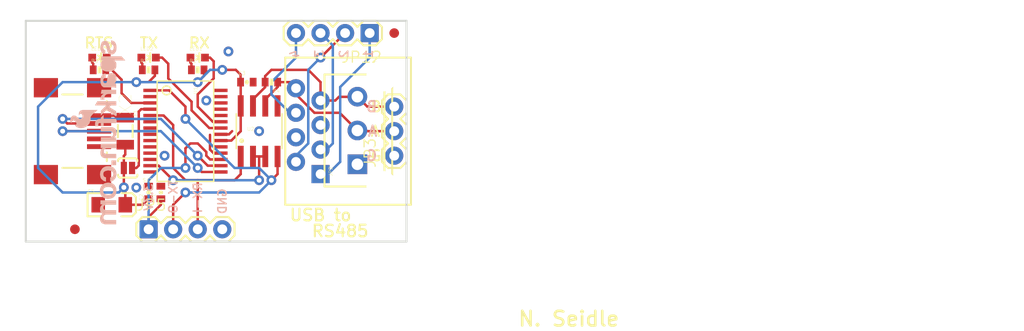
<source format=kicad_pcb>
(kicad_pcb (version 20211014) (generator pcbnew)
  (layers (0 "F.Cu" signal) (31 "B.Cu" signal) (34 "B.Paste" user) (35 "F.Paste" user) (36 "B.SilkS" user "B.Silkscreen") (37 "F.SilkS" user "F.Silkscreen") (38 "B.Mask" user) (39 "F.Mask" user) (44 "Edge.Cuts" user))
  (net 0 "")
  (net 1 "GND")
  (net 2 "USB_D-")
  (net 3 "USB_D+")
  (net 4 "VCC")
  (net 5 "RTS")
  (net 6 "CTS")
  (net 7 "DTR")
  (net 8 "DSR")
  (net 9 "DCD")
  (net 10 "RI")
  (net 11 "VCCIO")
  (net 12 "3.3V")
  (net 13 "TXLED")
  (net 14 "RXLED")
  (net 15 "PWREN")
  (net 16 "TXDEN")
  (net 17 "SLEEP")
  (net 18 "N$1")
  (net 19 "N$2")
  (net 20 "N$3")
  (net 21 "A")
  (net 22 "B")
  (net 23 "RX-I")
  (net 24 "N$4")
  (net 25 "TX-O")
  (net 26 "N$5")
  (net 27 "N$6")
  (net 28 "N$7")
  (net 29 "N$8")
  (footprint "boardEagle:0402-RES" (layer "F.Cu") (at 141.5161 98.6536)
    (fp_text reference "R2" (at -0.889 -0.6985) (layer "F.SilkS") (effects (font (size 0.373888 0.373888) (thickness 0.032512)) (justify left bottom)))
    (fp_text value "330")
    (pad "1" smd rect (at -0.65 0) (size 0.7 0.9) (layers "F.Cu" "F.Paste" "F.Mask") (net 19 "N$2"))
    (pad "2" smd rect (at 0.65 0) (size 0.7 0.9) (layers "F.Cu" "F.Paste" "F.Mask") (net 4 "VCC"))
  )
  (footprint "boardEagle:0402-CAP" (layer "F.Cu") (at 142.7861 111.3536 90)
    (fp_text reference "C1" (at -0.889 -0.762 90) (layer "F.SilkS") (effects (font (size 0.376489 0.376489) (thickness 0.029911)) (justify left)))
    (fp_text value "0.1uF")
    (pad "1" smd rect (at -0.65 0 90) (size 0.7 0.9) (layers "F.Cu" "F.Paste" "F.Mask") (net 12 "3.3V"))
    (pad "2" smd rect (at 0.65 0 90) (size 0.7 0.9) (layers "F.Cu" "F.Paste" "F.Mask") (net 1 "GND"))
  )
  (footprint "boardEagle:0402-RES" (layer "F.Cu") (at 146.5961 98.6536)
    (fp_text reference "R1" (at -0.889 -0.6985) (layer "F.SilkS") (effects (font (size 0.373888 0.373888) (thickness 0.032512)) (justify left bottom)))
    (fp_text value "330")
    (pad "1" smd rect (at -0.65 0) (size 0.7 0.9) (layers "F.Cu" "F.Paste" "F.Mask") (net 18 "N$1"))
    (pad "2" smd rect (at 0.65 0) (size 0.7 0.9) (layers "F.Cu" "F.Paste" "F.Mask") (net 4 "VCC"))
  )
  (footprint "boardEagle:SSOP28DB" (layer "F.Cu") (at 145.3261 105.0036 -90)
    (fp_text reference "U1" (at -3.81 -1.27 -90) (layer "F.SilkS") (effects (font (size 0.373888 0.373888) (thickness 0.032512)) (justify left bottom)))
    (fp_text value "FT232R")
    (pad "1" smd rect (at -4.225 3.656 270) (size 0.348 1.397) (layers "F.Cu" "F.Paste" "F.Mask") (net 25 "TX-O"))
    (pad "2" smd rect (at -3.575 3.656 270) (size 0.348 1.397) (layers "F.Cu" "F.Paste" "F.Mask") (net 7 "DTR"))
    (pad "3" smd rect (at -2.925 3.656 270) (size 0.348 1.397) (layers "F.Cu" "F.Paste" "F.Mask") (net 5 "RTS"))
    (pad "4" smd rect (at -2.275 3.656 270) (size 0.348 1.397) (layers "F.Cu" "F.Paste" "F.Mask") (net 11 "VCCIO"))
    (pad "5" smd rect (at -1.625 3.656 270) (size 0.348 1.397) (layers "F.Cu" "F.Paste" "F.Mask") (net 23 "RX-I"))
    (pad "6" smd rect (at -0.975 3.656 270) (size 0.348 1.397) (layers "F.Cu" "F.Paste" "F.Mask") (net 10 "RI"))
    (pad "7" smd rect (at -0.325 3.656 270) (size 0.348 1.397) (layers "F.Cu" "F.Paste" "F.Mask") (net 1 "GND"))
    (pad "8" smd rect (at 0.325 3.656 270) (size 0.348 1.397) (layers "F.Cu" "F.Paste" "F.Mask"))
    (pad "9" smd rect (at 0.975 3.656 270) (size 0.348 1.397) (layers "F.Cu" "F.Paste" "F.Mask") (net 8 "DSR"))
    (pad "10" smd rect (at 1.625 3.656 270) (size 0.348 1.397) (layers "F.Cu" "F.Paste" "F.Mask") (net 9 "DCD"))
    (pad "11" smd rect (at 2.275 3.656 270) (size 0.348 1.397) (layers "F.Cu" "F.Paste" "F.Mask") (net 6 "CTS"))
    (pad "12" smd rect (at 2.925 3.656 270) (size 0.348 1.397) (layers "F.Cu" "F.Paste" "F.Mask") (net 17 "SLEEP"))
    (pad "13" smd rect (at 3.575 3.656 270) (size 0.348 1.397) (layers "F.Cu" "F.Paste" "F.Mask") (net 16 "TXDEN"))
    (pad "14" smd rect (at 4.225 3.656 270) (size 0.348 1.397) (layers "F.Cu" "F.Paste" "F.Mask") (net 15 "PWREN"))
    (pad "15" smd rect (at 4.225 -3.656 270) (size 0.348 1.397) (layers "F.Cu" "F.Paste" "F.Mask") (net 3 "USB_D+"))
    (pad "16" smd rect (at 3.575 -3.656 270) (size 0.348 1.397) (layers "F.Cu" "F.Paste" "F.Mask") (net 2 "USB_D-"))
    (pad "17" smd rect (at 2.925 -3.656 270) (size 0.348 1.397) (layers "F.Cu" "F.Paste" "F.Mask") (net 12 "3.3V"))
    (pad "18" smd rect (at 2.275 -3.656 270) (size 0.348 1.397) (layers "F.Cu" "F.Paste" "F.Mask") (net 1 "GND"))
    (pad "19" smd rect (at 1.625 -3.656 270) (size 0.348 1.397) (layers "F.Cu" "F.Paste" "F.Mask"))
    (pad "20" smd rect (at 0.975 -3.656 270) (size 0.348 1.397) (layers "F.Cu" "F.Paste" "F.Mask") (net 4 "VCC"))
    (pad "21" smd rect (at 0.325 -3.656 270) (size 0.348 1.397) (layers "F.Cu" "F.Paste" "F.Mask") (net 1 "GND"))
    (pad "22" smd rect (at -0.325 -3.656 270) (size 0.348 1.397) (layers "F.Cu" "F.Paste" "F.Mask") (net 14 "RXLED"))
    (pad "23" smd rect (at -0.975 -3.656 270) (size 0.348 1.397) (layers "F.Cu" "F.Paste" "F.Mask") (net 13 "TXLED"))
    (pad "24" smd rect (at -1.625 -3.656 270) (size 0.348 1.397) (layers "F.Cu" "F.Paste" "F.Mask"))
    (pad "25" smd rect (at -2.275 -3.656 270) (size 0.348 1.397) (layers "F.Cu" "F.Paste" "F.Mask") (net 1 "GND"))
    (pad "26" smd rect (at -2.925 -3.656 270) (size 0.348 1.397) (layers "F.Cu" "F.Paste" "F.Mask") (net 1 "GND"))
    (pad "27" smd rect (at -3.575 -3.656 270) (size 0.348 1.397) (layers "F.Cu" "F.Paste" "F.Mask"))
    (pad "28" smd rect (at -4.225 -3.656 270) (size 0.348 1.397) (layers "F.Cu" "F.Paste" "F.Mask"))
  )
  (footprint "boardEagle:1X04" (layer "F.Cu") (at 141.5161 115.1636)
    (fp_text reference "JP5" (at -1.3462 -1.8288) (layer "F.SilkS") (effects (font (size 1.143 1.143) (thickness 0.127)) (justify left bottom)))
    (fp_text value "")
    (pad "1" thru_hole rect (at 0 0 90) (size 1.8796 1.8796) (drill 1.016) (layers *.Cu *.Mask) (net 12 "3.3V"))
    (pad "2" thru_hole circle (at 2.54 0 90) (size 1.8796 1.8796) (drill 1.016) (layers *.Cu *.Mask) (net 25 "TX-O"))
    (pad "3" thru_hole circle (at 5.08 0 90) (size 1.8796 1.8796) (drill 1.016) (layers *.Cu *.Mask) (net 23 "RX-I"))
    (pad "4" thru_hole circle (at 7.62 0 90) (size 1.8796 1.8796) (drill 1.016) (layers *.Cu *.Mask) (net 1 "GND"))
  )
  (footprint "boardEagle:0402-CAP" (layer "F.Cu") (at 151.6761 99.9236)
    (fp_text reference "C3" (at -0.889 -0.6985) (layer "F.SilkS") (effects (font (size 0.373888 0.373888) (thickness 0.032512)) (justify left bottom)))
    (fp_text value "0.1uF")
    (pad "1" smd rect (at -0.65 0) (size 0.7 0.9) (layers "F.Cu" "F.Paste" "F.Mask") (net 4 "VCC"))
    (pad "2" smd rect (at 0.65 0) (size 0.7 0.9) (layers "F.Cu" "F.Paste" "F.Mask") (net 1 "GND"))
  )
  (footprint "boardEagle:STAND-OFF" (layer "F.Cu") (at 152.9461 96.1136)
    (fp_text reference "JP7" hide)
    (fp_text value "STAND-OFF" hide)
    (pad "" np_thru_hole circle (at 0 0) (size 3.302 3.302) (drill 3.302) (layers *.Cu *.Mask))
  )
  (footprint "boardEagle:SCREWTERMINAL-3.5MM-3" (layer "F.Cu") (at 163.1061 108.4326 90)
    (fp_text reference "JP2" (at -1.27 -2.54 90) (layer "F.SilkS") (effects (font (size 0.373888 0.373888) (thickness 0.032512)) (justify left bottom)))
    (fp_text value "")
    (pad "1" thru_hole rect (at 0 0 90) (size 2.032 2.032) (drill 1.2) (layers *.Cu *.Mask) (net 1 "GND"))
    (pad "2" thru_hole circle (at 3.5 0 90) (size 2.032 2.032) (drill 1.2) (layers *.Cu *.Mask) (net 21 "A"))
    (pad "3" thru_hole circle (at 7 0 90) (size 2.032 2.032) (drill 1.2) (layers *.Cu *.Mask) (net 22 "B"))
  )
  (footprint "boardEagle:LED-0603" (layer "F.Cu") (at 136.4361 97.3836 -90)
    (fp_text reference "LED3" (at -0.6985 0.889) (layer "F.SilkS") (effects (font (size 0.373888 0.373888) (thickness 0.032512)) (justify left bottom)))
    (fp_text value "Green")
    (pad "A" smd rect (at 0 0.75 270) (size 0.8 0.8) (layers "F.Cu" "F.Paste" "F.Mask") (net 24 "N$4"))
    (pad "C" smd rect (at 0 -0.75 270) (size 0.8 0.8) (layers "F.Cu" "F.Paste" "F.Mask") (net 1 "GND"))
  )
  (footprint "boardEagle:1X03" (layer "F.Cu") (at 166.9161 107.5436 90)
    (fp_text reference "JP3" (at -1.3462 -1.8288 90) (layer "F.SilkS") (effects (font (size 1.143 1.143) (thickness 0.127)) (justify left bottom)))
    (fp_text value "")
    (pad "1" thru_hole circle (at 0 0 180) (size 1.8796 1.8796) (drill 1.016) (layers *.Cu *.Mask) (net 1 "GND"))
    (pad "2" thru_hole circle (at 2.54 0 180) (size 1.8796 1.8796) (drill 1.016) (layers *.Cu *.Mask) (net 21 "A"))
    (pad "3" thru_hole circle (at 5.08 0 180) (size 1.8796 1.8796) (drill 1.016) (layers *.Cu *.Mask) (net 22 "B"))
  )
  (footprint "boardEagle:0402-RES" (layer "F.Cu") (at 136.4361 98.6536)
    (fp_text reference "R3" (at -0.889 -0.6985) (layer "F.SilkS") (effects (font (size 0.373888 0.373888) (thickness 0.032512)) (justify left bottom)))
    (fp_text value "330")
    (pad "1" smd rect (at -0.65 0) (size 0.7 0.9) (layers "F.Cu" "F.Paste" "F.Mask") (net 24 "N$4"))
    (pad "2" smd rect (at 0.65 0) (size 0.7 0.9) (layers "F.Cu" "F.Paste" "F.Mask") (net 5 "RTS"))
  )
  (footprint "boardEagle:EIA3216" (layer "F.Cu") (at 137.7061 112.6236)
    (fp_text reference "C5" (at -2.54 -1.381) (layer "F.SilkS") (effects (font (size 0.376489 0.376489) (thickness 0.029911)) (justify left)))
    (fp_text value "10uF")
    (pad "A" smd rect (at 1.4 0 90) (size 1.6 1.4) (layers "F.Cu" "F.Paste" "F.Mask") (net 4 "VCC"))
    (pad "C" smd rect (at -1.4 0 90) (size 1.6 1.4) (layers "F.Cu" "F.Paste" "F.Mask") (net 1 "GND"))
  )
  (footprint "boardEagle:FIDUCIAL-1X2" (layer "F.Cu") (at 133.8961 115.1636)
    (fp_text reference "JP9" hide)
    (fp_text value "FIDUCIAL1X2" hide)
    (pad "1" smd roundrect (at 0 0) (size 1 1) (layers "F.Cu" "F.Mask") (roundrect_rratio 0.5))
  )
  (footprint "boardEagle:STAND-OFF" (layer "F.Cu") (at 131.3561 113.8936)
    (fp_text reference "JP6" hide)
    (fp_text value "STAND-OFF" hide)
    (pad "" np_thru_hole circle (at 0 0) (size 3.302 3.302) (drill 3.302) (layers *.Cu *.Mask))
  )
  (footprint "boardEagle:LED-0603" (layer "F.Cu") (at 146.5961 97.3836 -90)
    (fp_text reference "LED1" (at -0.6985 0.889) (layer "F.SilkS") (effects (font (size 0.373888 0.373888) (thickness 0.032512)) (justify left bottom)))
    (fp_text value "Red")
    (pad "A" smd rect (at 0 0.75 270) (size 0.8 0.8) (layers "F.Cu" "F.Paste" "F.Mask") (net 18 "N$1"))
    (pad "C" smd rect (at 0 -0.75 270) (size 0.8 0.8) (layers "F.Cu" "F.Paste" "F.Mask") (net 13 "TXLED"))
  )
  (footprint "boardEagle:LED-0603" (layer "F.Cu") (at 141.5161 97.3836 -90)
    (fp_text reference "LED2" (at -0.6985 0.889) (layer "F.SilkS") (effects (font (size 0.373888 0.373888) (thickness 0.032512)) (justify left bottom)))
    (fp_text value "Green")
    (pad "A" smd rect (at 0 0.75 270) (size 0.8 0.8) (layers "F.Cu" "F.Paste" "F.Mask") (net 19 "N$2"))
    (pad "C" smd rect (at 0 -0.75 270) (size 0.8 0.8) (layers "F.Cu" "F.Paste" "F.Mask") (net 14 "RXLED"))
  )
  (footprint "boardEagle:CREATIVE_COMMONS" (layer "F.Cu") (at 149.1361 125.3236)
    (fp_text reference "U$1" hide)
    (fp_text value "CREATIVE_COMMONS" hide)
  )
  (footprint "boardEagle:RJ45-8" (layer "F.Cu") (at 165.6461 105.0036 90)
    (fp_text reference "JP4" hide)
    (fp_text value "RJ45-8PTH" hide)
    (pad "" np_thru_hole circle (at -5.715 0 90) (size 3.2 3.2) (drill 3.2) (layers *.Cu *.Mask))
    (pad "" np_thru_hole circle (at 5.715 0 90) (size 3.2 3.2) (drill 3.2) (layers *.Cu *.Mask))
    (pad "1" thru_hole rect (at -4.445 -6.35 90) (size 1.8796 1.8796) (drill 1) (layers *.Cu *.Mask) (net 26 "N$5"))
    (pad "2" thru_hole circle (at -3.175 -8.89 90) (size 1.8796 1.8796) (drill 1) (layers *.Cu *.Mask) (net 27 "N$6"))
    (pad "3" thru_hole circle (at -1.905 -6.35 90) (size 1.8796 1.8796) (drill 1) (layers *.Cu *.Mask) (net 28 "N$7"))
    (pad "4" thru_hole circle (at -0.635 -8.89 90) (size 1.8796 1.8796) (drill 1) (layers *.Cu *.Mask) (net 1 "GND"))
    (pad "5" thru_hole circle (at 0.635 -6.35 90) (size 1.8796 1.8796) (drill 1) (layers *.Cu *.Mask) (net 1 "GND"))
    (pad "6" thru_hole circle (at 1.905 -8.89 90) (size 1.8796 1.8796) (drill 1) (layers *.Cu *.Mask) (net 29 "N$8"))
    (pad "7" thru_hole circle (at 3.175 -6.35 90) (size 1.8796 1.8796) (drill 1) (layers *.Cu *.Mask) (net 22 "B"))
    (pad "8" thru_hole circle (at 4.445 -8.89 90) (size 1.8796 1.8796) (drill 1) (layers *.Cu *.Mask) (net 21 "A"))
  )
  (footprint "boardEagle:0402-CAP" (layer "F.Cu") (at 141.5161 111.3536 90)
    (fp_text reference "C2" (at -0.889 -0.762 90) (layer "F.SilkS") (effects (font (size 0.376489 0.376489) (thickness 0.029911)) (justify left)))
    (fp_text value "0.1uF")
    (pad "1" smd rect (at -0.65 0 90) (size 0.7 0.9) (layers "F.Cu" "F.Paste" "F.Mask") (net 4 "VCC"))
    (pad "2" smd rect (at 0.65 0 90) (size 0.7 0.9) (layers "F.Cu" "F.Paste" "F.Mask") (net 1 "GND"))
  )
  (footprint "boardEagle:STAND-OFF" (layer "F.Cu") (at 152.9461 113.8936)
    (fp_text reference "JP8" hide)
    (fp_text value "STAND-OFF" hide)
    (pad "" np_thru_hole circle (at 0 0) (size 3.302 3.302) (drill 3.302) (layers *.Cu *.Mask))
  )
  (footprint "boardEagle:USB-MINIB" (layer "F.Cu") (at 133.8961 105.0036)
    (fp_text reference "X2" (at 5.2275 -1.5875 90) (layer "F.SilkS") (effects (font (size 1.240089 1.240089) (thickness 0.029911)) (justify left)))
    (fp_text value "USBSMD" hide)
    (pad "" np_thru_hole circle (at 0 2.2) (size 0.9 0.9) (drill 0.9) (layers *.Cu *.Mask))
    (pad "" np_thru_hole circle (at 0 -2.2) (size 0.9 0.9) (drill 0.9) (layers *.Cu *.Mask))
    (pad "D+" smd rect (at 2.5 0) (size 2.5 0.5) (layers "F.Cu" "F.Paste" "F.Mask") (net 3 "USB_D+"))
    (pad "D-" smd rect (at 2.5 -0.8) (size 2.5 0.5) (layers "F.Cu" "F.Paste" "F.Mask") (net 2 "USB_D-"))
    (pad "GND" smd rect (at 2.5 1.6) (size 2.5 0.5) (layers "F.Cu" "F.Paste" "F.Mask") (net 1 "GND"))
    (pad "GND@1" smd rect (at -3 4.5) (size 2.5 2) (layers "F.Cu" "F.Paste" "F.Mask"))
    (pad "GND@2" smd rect (at -3 -4.5) (size 2.5 2) (layers "F.Cu" "F.Paste" "F.Mask"))
    (pad "GND@3" smd rect (at 2.5 -4.5) (size 2.5 2) (layers "F.Cu" "F.Paste" "F.Mask"))
    (pad "GND@4" smd rect (at 2.5 4.5) (size 2.5 2) (layers "F.Cu" "F.Paste" "F.Mask"))
    (pad "ID" smd rect (at 2.5 0.8) (size 2.5 0.5) (layers "F.Cu" "F.Paste" "F.Mask"))
    (pad "VBUS" smd rect (at 2.5 -1.6) (size 2.5 0.5) (layers "F.Cu" "F.Paste" "F.Mask") (net 20 "N$3"))
  )
  (footprint "boardEagle:PTC-1206" (layer "F.Cu") (at 139.1031 105.0036 -90)
    (fp_text reference "F1" (at -1.524 -1.27 -90) (layer "F.SilkS") (effects (font (size 0.373888 0.373888) (thickness 0.032512)) (justify left bottom)))
    (fp_text value "500mA")
    (pad "1" smd rect (at -1.4 0 270) (size 1 1.8) (layers "F.Cu" "F.Paste" "F.Mask") (net 20 "N$3"))
    (pad "2" smd rect (at 1.4 0 270) (size 1 1.8) (layers "F.Cu" "F.Paste" "F.Mask") (net 4 "VCC"))
  )
  (footprint "boardEagle:SO08" (layer "F.Cu") (at 152.9461 105.0036)
    (fp_text reference "U2" (at -1.27 0) (layer "F.SilkS") (effects (font (size 0.373888 0.373888) (thickness 0.032512)) (justify left bottom)))
    (fp_text value "RS485")
    (pad "1" smd rect (at -1.905 2.6162) (size 0.6096 2.2098) (layers "F.Cu" "F.Paste" "F.Mask") (net 23 "RX-I"))
    (pad "2" smd rect (at -0.635 2.6162) (size 0.6096 2.2098) (layers "F.Cu" "F.Paste" "F.Mask") (net 16 "TXDEN"))
    (pad "3" smd rect (at 0.635 2.6162) (size 0.6096 2.2098) (layers "F.Cu" "F.Paste" "F.Mask") (net 16 "TXDEN"))
    (pad "4" smd rect (at 1.905 2.6162) (size 0.6096 2.2098) (layers "F.Cu" "F.Paste" "F.Mask") (net 25 "TX-O"))
    (pad "5" smd rect (at 1.905 -2.6162) (size 0.6096 2.2098) (layers "F.Cu" "F.Paste" "F.Mask") (net 1 "GND"))
    (pad "6" smd rect (at 0.635 -2.6162) (size 0.6096 2.2098) (layers "F.Cu" "F.Paste" "F.Mask") (net 21 "A"))
    (pad "7" smd rect (at -0.635 -2.6162) (size 0.6096 2.2098) (layers "F.Cu" "F.Paste" "F.Mask") (net 22 "B"))
    (pad "8" smd rect (at -1.905 -2.6162) (size 0.6096 2.2098) (layers "F.Cu" "F.Paste" "F.Mask") (net 4 "VCC"))
  )
  (footprint "boardEagle:SJ_2S-NOTRACE" (layer "F.Cu") (at 139.3571 108.8136 180)
    (fp_text reference "SJ2" (at -2.54 -1.27) (layer "F.SilkS") (effects (font (size 0.369011 0.369011) (thickness 0.037389)) (justify right)))
    (fp_text value "SOLDERJUMPERNC2" hide)
    (pad "1" smd rect (at -0.45 0 180) (size 0.635 1.27) (layers "F.Cu" "F.Mask") (net 11 "VCCIO"))
    (pad "2" smd rect (at 0.4 0 180) (size 0.635 1.27) (layers "F.Cu" "F.Mask") (net 4 "VCC"))
  )
  (footprint "boardEagle:STAND-OFF" (layer "F.Cu") (at 131.3561 96.1136)
    (fp_text reference "JP1" hide)
    (fp_text value "STAND-OFF" hide)
    (pad "" np_thru_hole circle (at 0 0) (size 3.302 3.302) (drill 3.302) (layers *.Cu *.Mask))
  )
  (footprint "boardEagle:0402-RES" (layer "F.Cu") (at 154.2161 99.9236 180)
    (fp_text reference "R4" (at -0.889 -0.6985 180) (layer "F.SilkS") (effects (font (size 0.373888 0.373888) (thickness 0.032512)) (justify right top)))
    (fp_text value "220")
    (pad "1" smd rect (at -0.65 0 180) (size 0.7 0.9) (layers "F.Cu" "F.Paste" "F.Mask") (net 21 "A"))
    (pad "2" smd rect (at 0.65 0 180) (size 0.7 0.9) (layers "F.Cu" "F.Paste" "F.Mask") (net 22 "B"))
  )
  (footprint "boardEagle:1X04" (layer "F.Cu") (at 164.3761 94.8436 180)
    (fp_text reference "JP12" (at -1.3462 -1.8288 180) (layer "F.SilkS") (effects (font (size 1.143 1.143) (thickness 0.127)) (justify right top)))
    (fp_text value "Unused Pins")
    (pad "1" thru_hole rect (at 0 0 270) (size 1.8796 1.8796) (drill 1.016) (layers *.Cu *.Mask) (net 26 "N$5"))
    (pad "2" thru_hole circle (at 2.54 0 270) (size 1.8796 1.8796) (drill 1.016) (layers *.Cu *.Mask) (net 27 "N$6"))
    (pad "3" thru_hole circle (at 5.08 0 270) (size 1.8796 1.8796) (drill 1.016) (layers *.Cu *.Mask) (net 28 "N$7"))
    (pad "4" thru_hole circle (at 7.62 0 270) (size 1.8796 1.8796) (drill 1.016) (layers *.Cu *.Mask) (net 29 "N$8"))
  )
  (footprint "boardEagle:FIDUCIAL-1X2" (layer "F.Cu") (at 166.9161 94.8436)
    (fp_text reference "JP10" hide)
    (fp_text value "FIDUCIAL1X2" hide)
    (pad "1" smd roundrect (at 0 0) (size 1 1) (layers "F.Cu" "F.Mask") (roundrect_rratio 0.5))
  )
  (footprint "boardEagle:SFE-NEW-WEBLOGO" (layer "B.Cu") (at 139.1031 95.6056 -90)
    (fp_text reference "U$2" hide)
    (fp_text value "LOGO-SFENEW" hide)
  )
  (gr_line (start 128.8161 93.5736) (end 168.1861 93.5736) (layer "Edge.Cuts") (width 0.2032))
  (gr_line (start 168.1861 93.5736) (end 168.1861 116.4336) (layer "Edge.Cuts") (width 0.2032))
  (gr_line (start 168.1861 116.4336) (end 128.8161 116.4336) (layer "Edge.Cuts") (width 0.2032))
  (gr_line (start 128.8161 116.4336) (end 128.8161 93.5736) (layer "Edge.Cuts") (width 0.2032))
  (gr_text "4" (at 157.1371 96.4946 -270) (layer "B.SilkS") (effects (font (size 0.8636 0.8636) (thickness 0.1524)) (justify left bottom mirror)))
  (gr_text "2" (at 162.2171 96.4946 -270) (layer "B.SilkS") (effects (font (size 0.8636 0.8636) (thickness 0.1524)) (justify left bottom mirror)))
  (gr_text "GND" (at 149.6441 110.8456 -270) (layer "B.SilkS") (effects (font (size 0.8636 0.8636) (thickness 0.1524)) (justify left bottom mirror)))
  (gr_text "TX-O" (at 144.5641 109.9566 -270) (layer "B.SilkS") (effects (font (size 0.8636 0.8636) (thickness 0.1524)) (justify left bottom mirror)))
  (gr_text "3.3V" (at 142.0241 110.3376 -270) (layer "B.SilkS") (effects (font (size 0.8636 0.8636) (thickness 0.1524)) (justify left bottom mirror)))
  (gr_text "RX-I" (at 147.1041 110.2106 -270) (layer "B.SilkS") (effects (font (size 0.8636 0.8636) (thickness 0.1524)) (justify left bottom mirror)))
  (gr_text "1" (at 164.7571 96.4946 -270) (layer "B.SilkS") (effects (font (size 0.8636 0.8636) (thickness 0.1524)) (justify left bottom mirror)))
  (gr_text "B" (at 165.2651 103.0986) (layer "B.SilkS") (effects (font (size 1.0795 1.0795) (thickness 0.1905)) (justify left bottom mirror)))
  (gr_text "G" (at 165.2651 108.1786) (layer "B.SilkS") (effects (font (size 1.0795 1.0795) (thickness 0.1905)) (justify left bottom mirror)))
  (gr_text "A" (at 165.2651 105.6386) (layer "B.SilkS") (effects (font (size 1.0795 1.0795) (thickness 0.1905)) (justify left bottom mirror)))
  (gr_text "3" (at 159.6771 96.4946 -270) (layer "B.SilkS") (effects (font (size 0.8636 0.8636) (thickness 0.1524)) (justify left bottom mirror)))
  (gr_text "USB to" (at 155.9941 114.4016) (layer "F.SilkS") (effects (font (size 1.20904 1.20904) (thickness 0.21336)) (justify left bottom)))
  (gr_text "RX" (at 145.5801 96.4946) (layer "F.SilkS") (effects (font (size 1.0795 1.0795) (thickness 0.1905)) (justify left bottom)))
  (gr_text "A" (at 164.3761 105.6386) (layer "F.SilkS") (effects (font (size 1.0795 1.0795) (thickness 0.1905)) (justify left bottom)))
  (gr_text "N. Seidle" (at 179.6161 125.3236) (layer "F.SilkS") (effects (font (size 1.5113 1.5113) (thickness 0.2667)) (justify left bottom)))
  (gr_text "G" (at 164.3761 108.1786) (layer "F.SilkS") (effects (font (size 1.0795 1.0795) (thickness 0.1905)) (justify left bottom)))
  (gr_text "RS485" (at 158.2801 116.0526) (layer "F.SilkS") (effects (font (size 1.20904 1.20904) (thickness 0.21336)) (justify left bottom)))
  (gr_text "B" (at 164.3761 103.0986) (layer "F.SilkS") (effects (font (size 1.0795 1.0795) (thickness 0.1905)) (justify left bottom)))
  (gr_text "RTS" (at 134.7851 96.4946) (layer "F.SilkS") (effects (font (size 1.0795 1.0795) (thickness 0.1905)) (justify left bottom)))
  (gr_text "TX" (at 140.5001 96.4946) (layer "F.SilkS") (effects (font (size 1.0795 1.0795) (thickness 0.1905)) (justify left bottom)))
  (segment (start 149.8271 105.3286) (end 150.1521 105.0036) (width 0.254) (layer "F.Cu") (net 1))
  (segment (start 147.8661 106.9086) (end 147.8661 105.3846) (width 0.254) (layer "F.Cu") (net 1))
  (segment (start 148.9821 107.2786) (end 148.2361 107.2786) (width 0.254) (layer "F.Cu") (net 1))
  (segment (start 148.2361 107.2786) (end 147.8661 106.9086) (width 0.254) (layer "F.Cu") (net 1))
  (segment (start 148.9821 105.3286) (end 149.8271 105.3286) (width 0.254) (layer "F.Cu") (net 1))
  (via (at 149.7711 96.7486) (size 1.016) (drill 0.508) (layers "F.Cu" "B.Cu") (net 1))
  (via (at 152.9461 105.0036) (size 1.016) (drill 0.508) (layers "F.Cu" "B.Cu") (net 1))
  (via (at 140.2461 110.8456) (size 1.016) (drill 0.508) (layers "F.Cu" "B.Cu") (net 1))
  (via (at 143.1671 107.5436) (size 1.016) (drill 0.508) (layers "F.Cu" "B.Cu") (net 1))
  (via (at 147.4851 101.8286) (size 1.016) (drill 0.508) (layers "F.Cu" "B.Cu") (net 1))
  (segment (start 147.6311 108.5786) (end 148.9821 108.5786) (width 0.254) (layer "F.Cu") (net 2))
  (segment (start 133.0961 104.2036) (end 132.6261 103.7336) (width 0.254) (layer "F.Cu") (net 2))
  (segment (start 146.5961 107.5436) (end 147.6311 108.5786) (width 0.254) (layer "F.Cu") (net 2))
  (segment (start 133.0961 104.2036) (end 136.3961 104.2036) (width 0.254) (layer "F.Cu") (net 2))
  (via (at 132.6261 103.7336) (size 1.016) (drill 0.508) (layers "F.Cu" "B.Cu") (net 2))
  (via (at 146.5961 107.5436) (size 1.016) (drill 0.508) (layers "F.Cu" "B.Cu") (net 2))
  (segment (start 132.6261 103.7336) (end 142.7861 103.7336) (width 0.254) (layer "B.Cu") (net 2))
  (segment (start 142.7861 103.7336) (end 146.5961 107.5436) (width 0.254) (layer "B.Cu") (net 2))
  (segment (start 146.5961 108.8136) (end 147.0111 109.2286) (width 0.254) (layer "F.Cu") (net 3))
  (segment (start 147.0111 109.2286) (end 148.9821 109.2286) (width 0.254) (layer "F.Cu") (net 3))
  (segment (start 132.6261 105.0036) (end 136.3961 105.0036) (width 0.254) (layer "F.Cu") (net 3))
  (via (at 132.6261 105.0036) (size 1.016) (drill 0.508) (layers "F.Cu" "B.Cu") (net 3))
  (via (at 146.5961 108.8136) (size 1.016) (drill 0.508) (layers "F.Cu" "B.Cu") (net 3))
  (segment (start 132.6261 105.0036) (end 142.7861 105.0036) (width 0.254) (layer "B.Cu") (net 3))
  (segment (start 142.7861 105.0036) (end 146.5961 108.8136) (width 0.254) (layer "B.Cu") (net 3))
  (segment (start 151.0411 99.9386) (end 151.0411 102.3874) (width 0.254) (layer "F.Cu") (net 4))
  (segment (start 140.8961 112.6236) (end 141.5161 112.0036) (width 0.254) (layer "F.Cu") (net 4))
  (segment (start 150.0661 105.9786) (end 148.9821 105.9786) (width 0.254) (layer "F.Cu") (net 4))
  (segment (start 147.2461 99.2736) (end 147.2461 98.6536) (width 0.254) (layer "F.Cu") (net 4))
  (segment (start 139.1031 107.4166) (end 139.1031 106.4036) (width 0.254) (layer "F.Cu") (net 4))
  (segment (start 151.0261 99.1466) (end 151.0261 99.9236) (width 0.254) (layer "F.Cu") (net 4))
  (segment (start 151.0411 102.3874) (end 151.0411 105.0036) (width 0.254) (layer "F.Cu") (net 4))
  (segment (start 141.5161 99.9236) (end 142.1661 99.2736) (width 0.254) (layer "F.Cu") (net 4))
  (segment (start 142.1661 99.2736) (end 142.1661 98.6536) (width 0.254) (layer "F.Cu") (net 4))
  (segment (start 149.1361 98.6536) (end 150.5331 98.6536) (width 0.254) (layer "F.Cu") (net 4))
  (segment (start 139.1061 112.6236) (end 140.8961 112.6236) (width 0.254) (layer "F.Cu") (net 4))
  (segment (start 138.9571 107.5626) (end 139.1031 107.4166) (width 0.254) (layer "F.Cu") (net 4))
  (segment (start 138.9571 110.8266) (end 139.1061 110.9756) (width 0.254) (layer "F.Cu") (net 4))
  (segment (start 139.1061 110.9756) (end 139.1061 112.6236) (width 0.254) (layer "F.Cu") (net 4))
  (segment (start 138.9571 110.8266) (end 138.9571 108.8136) (width 0.254) (layer "F.Cu") (net 4))
  (segment (start 151.0261 99.9236) (end 151.0411 99.9386) (width 0.254) (layer "F.Cu") (net 4))
  (segment (start 151.0411 105.0036) (end 150.0661 105.9786) (width 0.254) (layer "F.Cu") (net 4))
  (segment (start 146.5961 99.9236) (end 147.2461 99.2736) (width 0.254) (layer "F.Cu") (net 4))
  (segment (start 150.5331 98.6536) (end 151.0261 99.1466) (width 0.254) (layer "F.Cu") (net 4))
  (segment (start 138.9571 108.8136) (end 138.9571 107.5626) (width 0.254) (layer "F.Cu") (net 4))
  (segment (start 140.2461 99.9236) (end 141.5161 99.9236) (width 0.254) (layer "F.Cu") (net 4))
  (via (at 140.2461 99.9236) (size 1.016) (drill 0.508) (layers "F.Cu" "B.Cu") (net 4))
  (via (at 138.9571 110.8266) (size 1.016) (drill 0.508) (layers "F.Cu" "B.Cu") (net 4))
  (via (at 149.1361 98.6536) (size 1.016) (drill 0.508) (layers "F.Cu" "B.Cu") (net 4))
  (via (at 146.5961 99.9236) (size 1.016) (drill 0.508) (layers "F.Cu" "B.Cu") (net 4))
  (segment (start 138.4301 111.3536) (end 138.9571 110.8266) (width 0.254) (layer "B.Cu") (net 4))
  (segment (start 146.5961 99.9236) (end 147.8661 98.6536) (width 0.254) (layer "B.Cu") (net 4))
  (segment (start 130.0861 102.4636) (end 132.6261 99.9236) (width 0.254) (layer "B.Cu") (net 4))
  (segment (start 130.0861 108.8136) (end 130.0861 102.4636) (width 0.254) (layer "B.Cu") (net 4))
  (segment (start 147.8661 98.6536) (end 149.1361 98.6536) (width 0.254) (layer "B.Cu") (net 4))
  (segment (start 132.6261 111.3536) (end 138.4301 111.3536) (width 0.254) (layer "B.Cu") (net 4))
  (segment (start 130.0861 108.8136) (end 132.6261 111.3536) (width 0.254) (layer "B.Cu") (net 4))
  (segment (start 132.6261 99.9236) (end 140.2461 99.9236) (width 0.254) (layer "B.Cu") (net 4))
  (segment (start 140.2461 99.9236) (end 146.5961 99.9236) (width 0.254) (layer "B.Cu") (net 4))
  (segment (start 139.7341 102.0786) (end 141.6701 102.0786) (width 0.254) (layer "F.Cu") (net 5))
  (segment (start 137.7061 98.6536) (end 137.0861 98.6536) (width 0.254) (layer "F.Cu") (net 5))
  (segment (start 138.7221 101.0666) (end 139.7341 102.0786) (width 0.254) (layer "F.Cu") (net 5))
  (segment (start 138.7221 99.6696) (end 138.7221 101.0666) (width 0.254) (layer "F.Cu") (net 5))
  (segment (start 138.7221 99.6696) (end 137.7061 98.6536) (width 0.254) (layer "F.Cu") (net 5))
  (segment (start 140.2461 108.8136) (end 140.5001 108.5596) (width 0.254) (layer "F.Cu") (net 11))
  (segment (start 139.8071 108.8136) (end 140.2461 108.8136) (width 0.254) (layer "F.Cu") (net 11))
  (segment (start 140.5001 108.5596) (end 140.5001 102.9716) (width 0.254) (layer "F.Cu") (net 11))
  (segment (start 140.7431 102.7286) (end 141.6701 102.7286) (width 0.254) (layer "F.Cu") (net 11))
  (segment (start 140.5001 102.9716) (end 140.7431 102.7286) (width 0.254) (layer "F.Cu") (net 11))
  (segment (start 145.3261 106.7816) (end 145.8341 106.2736) (width 0.254) (layer "F.Cu") (net 12))
  (segment (start 141.5161 115.1636) (end 141.5161 113.8936) (width 0.254) (layer "F.Cu") (net 12))
  (segment (start 145.8341 106.2736) (end 146.5961 106.2736) (width 0.254) (layer "F.Cu") (net 12))
  (segment (start 142.7861 112.6236) (end 142.7861 112.0036) (width 0.254) (layer "F.Cu") (net 12))
  (segment (start 147.8701 107.9286) (end 148.9821 107.9286) (width 0.254) (layer "F.Cu") (net 12))
  (segment (start 146.5961 106.2736) (end 147.4851 107.1626) (width 0.254) (layer "F.Cu") (net 12))
  (segment (start 147.4851 107.5436) (end 147.8701 107.9286) (width 0.254) (layer "F.Cu") (net 12))
  (segment (start 147.4851 107.1626) (end 147.4851 107.5436) (width 0.254) (layer "F.Cu") (net 12))
  (segment (start 141.5161 113.8936) (end 142.7861 112.6236) (width 0.254) (layer "F.Cu") (net 12))
  (segment (start 145.3261 108.8136) (end 145.3261 106.7816) (width 0.254) (layer "F.Cu") (net 12))
  (via (at 145.3261 108.8136) (size 1.016) (drill 0.508) (layers "F.Cu" "B.Cu") (net 12))
  (segment (start 142.7861 108.8136) (end 145.3261 108.8136) (width 0.254) (layer "B.Cu") (net 12))
  (segment (start 141.5161 115.1636) (end 141.5161 110.0836) (width 0.254) (layer "B.Cu") (net 12))
  (segment (start 141.5161 110.0836) (end 142.7861 108.8136) (width 0.254) (layer "B.Cu") (net 12))
  (segment (start 147.8661 97.3836) (end 147.3461 97.3836) (width 0.254) (layer "F.Cu") (net 13))
  (segment (start 148.2471 97.7646) (end 147.8661 97.3836) (width 0.254) (layer "F.Cu") (net 13))
  (segment (start 148.2471 99.5426) (end 148.2471 97.7646) (width 0.254) (layer "F.Cu") (net 13))
  (segment (start 148.1611 104.0286) (end 146.5961 102.4636) (width 0.254) (layer "F.Cu") (net 13))
  (segment (start 146.5961 102.4636) (end 146.5961 101.1936) (width 0.254) (layer "F.Cu") (net 13))
  (segment (start 148.9821 104.0286) (end 148.1611 104.0286) (width 0.254) (layer "F.Cu") (net 13))
  (segment (start 146.5961 101.1936) (end 148.2471 99.5426) (width 0.254) (layer "F.Cu") (net 13))
  (segment (start 145.9611 101.9556) (end 143.5481 99.5426) (width 0.254) (layer "F.Cu") (net 14))
  (segment (start 143.5481 99.5426) (end 143.5481 98.0186) (width 0.254) (layer "F.Cu") (net 14))
  (segment (start 142.9131 97.3836) (end 142.2661 97.3836) (width 0.254) (layer "F.Cu") (net 14))
  (segment (start 145.9611 102.8446) (end 145.9611 101.9556) (width 0.254) (layer "F.Cu") (net 14))
  (segment (start 147.7951 104.6786) (end 145.9611 102.8446) (width 0.254) (layer "F.Cu") (net 14))
  (segment (start 148.9821 104.6786) (end 147.7951 104.6786) (width 0.254) (layer "F.Cu") (net 14))
  (segment (start 143.5481 98.0186) (end 142.9131 97.3836) (width 0.254) (layer "F.Cu") (net 14))
  (segment (start 152.9461 107.6198) (end 152.3111 107.6198) (width 0.254) (layer "F.Cu") (net 16))
  (segment (start 141.6701 108.5786) (end 142.5511 108.5786) (width 0.254) (layer "F.Cu") (net 16))
  (segment (start 142.5511 108.5786) (end 144.0561 110.0836) (width 0.254) (layer "F.Cu") (net 16))
  (segment (start 152.9461 107.6198) (end 153.5811 107.6198) (width 0.254) (layer "F.Cu") (net 16))
  (segment (start 152.9461 110.0836) (end 152.9461 107.6198) (width 0.254) (layer "F.Cu") (net 16))
  (via (at 144.0561 110.0836) (size 1.016) (drill 0.508) (layers "F.Cu" "B.Cu") (net 16))
  (via (at 152.9461 110.0836) (size 1.016) (drill 0.508) (layers "F.Cu" "B.Cu") (net 16))
  (segment (start 144.0561 110.0836) (end 152.9461 110.0836) (width 0.254) (layer "B.Cu") (net 16))
  (segment (start 145.9461 98.0036) (end 145.9461 98.6536) (width 0.254) (layer "F.Cu") (net 18))
  (segment (start 145.8341 97.3956) (end 145.8341 97.8916) (width 0.254) (layer "F.Cu") (net 18))
  (segment (start 145.8341 97.8916) (end 145.9461 98.0036) (width 0.254) (layer "F.Cu") (net 18))
  (segment (start 145.8461 97.3836) (end 145.8341 97.3956) (width 0.254) (layer "F.Cu") (net 18))
  (segment (start 140.7661 97.3836) (end 140.7541 97.3956) (width 0.254) (layer "F.Cu") (net 19))
  (segment (start 140.7541 97.3956) (end 140.7541 97.8916) (width 0.254) (layer "F.Cu") (net 19))
  (segment (start 140.8661 98.0036) (end 140.8661 98.6536) (width 0.254) (layer "F.Cu") (net 19))
  (segment (start 140.7541 97.8916) (end 140.8661 98.0036) (width 0.254) (layer "F.Cu") (net 19))
  (segment (start 138.0111 103.4036) (end 138.2141 103.6066) (width 0.254) (layer "F.Cu") (net 20))
  (segment (start 136.3961 103.4036) (end 138.0111 103.4036) (width 0.254) (layer "F.Cu") (net 20))
  (segment (start 138.2141 103.6066) (end 139.3541 103.6066) (width 0.254) (layer "F.Cu") (net 20))
  (segment (start 139.3541 103.6066) (end 139.1031 103.6036) (width 0.254) (layer "F.Cu") (net 20))
  (segment (start 158.6611 103.0986) (end 161.2721 103.0986) (width 0.254) (layer "F.Cu") (net 21))
  (segment (start 156.7561 100.5586) (end 156.7561 101.1936) (width 0.254) (layer "F.Cu") (net 21))
  (segment (start 163.1061 104.9326) (end 163.1771 105.0036) (width 0.254) (layer "F.Cu") (net 21))
  (segment (start 163.1771 105.0036) (end 166.9161 105.0036) (width 0.254) (layer "F.Cu") (net 21))
  (segment (start 154.8661 99.9236) (end 156.1211 99.9236) (width 0.254) (layer "F.Cu") (net 21))
  (segment (start 156.7561 101.1936) (end 158.6611 103.0986) (width 0.254) (layer "F.Cu") (net 21))
  (segment (start 153.5811 102.3874) (end 153.5811 101.7016) (width 0.254) (layer "F.Cu") (net 21))
  (segment (start 161.2721 103.0986) (end 163.1061 104.9326) (width 0.254) (layer "F.Cu") (net 21))
  (segment (start 154.8661 100.4166) (end 154.8661 99.9236) (width 0.254) (layer "F.Cu") (net 21))
  (segment (start 156.1211 99.9236) (end 156.7561 100.5586) (width 0.254) (layer "F.Cu") (net 21))
  (segment (start 153.5811 101.7016) (end 154.8661 100.4166) (width 0.254) (layer "F.Cu") (net 21))
  (segment (start 154.2161 98.6536) (end 158.0261 98.6536) (width 0.254) (layer "F.Cu") (net 22))
  (segment (start 159.2961 99.9236) (end 159.2961 101.8286) (width 0.254) (layer "F.Cu") (net 22))
  (segment (start 158.0261 98.6536) (end 159.2961 99.9236) (width 0.254) (layer "F.Cu") (net 22))
  (segment (start 161.2011 101.4476) (end 163.0911 101.4476) (width 0.254) (layer "F.Cu") (net 22))
  (segment (start 159.2961 101.8286) (end 160.8201 101.8286) (width 0.254) (layer "F.Cu") (net 22))
  (segment (start 153.5661 100.4466) (end 153.5661 99.9236) (width 0.254) (layer "F.Cu") (net 22))
  (segment (start 153.5661 99.3036) (end 154.2161 98.6536) (width 0.254) (layer "F.Cu") (net 22))
  (segment (start 152.3111 102.3874) (end 152.3111 101.7016) (width 0.254) (layer "F.Cu") (net 22))
  (segment (start 163.1061 101.4326) (end 164.1371 102.4636) (width 0.254) (layer "F.Cu") (net 22))
  (segment (start 152.3111 101.7016) (end 153.5661 100.4466) (width 0.254) (layer "F.Cu") (net 22))
  (segment (start 164.1371 102.4636) (end 166.9161 102.4636) (width 0.254) (layer "F.Cu") (net 22))
  (segment (start 160.8201 101.8286) (end 161.2011 101.4476) (width 0.254) (layer "F.Cu") (net 22))
  (segment (start 153.5661 99.9236) (end 153.5661 99.3036) (width 0.254) (layer "F.Cu") (net 22))
  (segment (start 163.0911 101.4476) (end 163.1061 101.4326) (width 0.254) (layer "F.Cu") (net 22))
  (segment (start 144.0561 108.8136) (end 144.0561 104.3686) (width 0.254) (layer "F.Cu") (net 23))
  (segment (start 150.4061 110.0836) (end 151.0411 109.4486) (width 0.254) (layer "F.Cu") (net 23))
  (segment (start 146.5961 115.1636) (end 146.5961 110.0836) (width 0.254) (layer "F.Cu") (net 23))
  (segment (start 146.5961 110.0836) (end 145.3261 110.0836) (width 0.254) (layer "F.Cu") (net 23))
  (segment (start 143.0661 103.3786) (end 141.6701 103.3786) (width 0.254) (layer "F.Cu") (net 23))
  (segment (start 144.0561 104.3686) (end 143.0661 103.3786) (width 0.254) (layer "F.Cu") (net 23))
  (segment (start 145.3261 110.0836) (end 144.0561 108.8136) (width 0.254) (layer "F.Cu") (net 23))
  (segment (start 146.5961 110.0836) (end 150.4061 110.0836) (width 0.254) (layer "F.Cu") (net 23))
  (segment (start 151.0411 109.4486) (end 151.0411 107.6198) (width 0.254) (layer "F.Cu") (net 23))
  (segment (start 135.6861 97.3836) (end 135.6741 97.3956) (width 0.254) (layer "F.Cu") (net 24))
  (segment (start 135.6741 97.3956) (end 135.6741 97.8916) (width 0.254) (layer "F.Cu") (net 24))
  (segment (start 135.7861 98.0036) (end 135.7861 98.6536) (width 0.254) (layer "F.Cu") (net 24))
  (segment (start 135.6741 97.8916) (end 135.7861 98.0036) (width 0.254) (layer "F.Cu") (net 24))
  (segment (start 154.2161 110.0836) (end 154.8511 109.4486) (width 0.254) (layer "F.Cu") (net 25))
  (segment (start 154.8511 109.4486) (end 154.8511 107.6198) (width 0.254) (layer "F.Cu") (net 25))
  (segment (start 144.0561 115.1636) (end 144.0561 112.6236) (width 0.254) (layer "F.Cu") (net 25))
  (segment (start 143.6411 100.7786) (end 141.6701 100.7786) (width 0.254) (layer "F.Cu") (net 25))
  (segment (start 144.0561 112.6236) (end 145.3261 111.3536) (width 0.254) (layer "F.Cu") (net 25))
  (segment (start 145.3261 103.7336) (end 145.3261 102.4636) (width 0.254) (layer "F.Cu") (net 25))
  (segment (start 145.3261 102.4636) (end 143.6411 100.7786) (width 0.254) (layer "F.Cu") (net 25))
  (via (at 154.2161 110.0836) (size 1.016) (drill 0.508) (layers "F.Cu" "B.Cu") (net 25))
  (via (at 145.3261 111.3536) (size 1.016) (drill 0.508) (layers "F.Cu" "B.Cu") (net 25))
  (via (at 145.3261 103.7336) (size 1.016) (drill 0.508) (layers "F.Cu" "B.Cu") (net 25))
  (segment (start 145.3261 111.3536) (end 152.9461 111.3536) (width 0.254) (layer "B.Cu") (net 25))
  (segment (start 152.9461 108.8136) (end 150.4061 108.8136) (width 0.254) (layer "B.Cu") (net 25))
  (segment (start 150.4061 108.8136) (end 145.3261 103.7336) (width 0.254) (layer "B.Cu") (net 25))
  (segment (start 154.2161 110.0836) (end 152.9461 108.8136) (width 0.254) (layer "B.Cu") (net 25))
  (segment (start 152.9461 111.3536) (end 154.2161 110.0836) (width 0.254) (layer "B.Cu") (net 25))
  (segment (start 161.3281 108.1786) (end 161.3281 100.4316) (width 0.254) (layer "B.Cu") (net 26))
  (segment (start 161.3281 100.4316) (end 164.3761 97.3836) (width 0.254) (layer "B.Cu") (net 26))
  (segment (start 159.2961 109.4486) (end 160.0581 109.4486) (width 0.254) (layer "B.Cu") (net 26))
  (segment (start 160.0581 109.4486) (end 161.3281 108.1786) (width 0.254) (layer "B.Cu") (net 26))
  (segment (start 164.3761 97.3836) (end 164.3761 94.8436) (width 0.254) (layer "B.Cu") (net 26))
  (segment (start 159.2961 97.3836) (end 161.8361 94.8436) (width 0.254) (layer "F.Cu") (net 27))
  (via (at 159.2961 97.3836) (size 1.016) (drill 0.508) (layers "F.Cu" "B.Cu") (net 27))
  (segment (start 158.0261 106.2736) (end 158.0261 98.6536) (width 0.254) (layer "B.Cu") (net 27))
  (segment (start 156.7561 107.5436) (end 158.0261 106.2736) (width 0.254) (layer "B.Cu") (net 27))
  (segment (start 156.7561 108.1786) (end 156.7561 107.5436) (width 0.254) (layer "B.Cu") (net 27))
  (segment (start 158.0261 98.6536) (end 159.2961 97.3836) (width 0.254) (layer "B.Cu") (net 27))
  (segment (start 160.5661 96.1136) (end 159.2961 94.8436) (width 0.254) (layer "B.Cu") (net 28))
  (segment (start 159.9311 106.9086) (end 160.5661 106.2736) (width 0.254) (layer "B.Cu") (net 28))
  (segment (start 160.5661 106.2736) (end 160.5661 96.1136) (width 0.254) (layer "B.Cu") (net 28))
  (segment (start 159.2961 106.9086) (end 159.9311 106.9086) (width 0.254) (layer "B.Cu") (net 28))
  (segment (start 154.2161 101.1936) (end 154.2161 99.9236) (width 0.254) (layer "B.Cu") (net 29))
  (segment (start 156.7561 97.3836) (end 156.7561 94.8436) (width 0.254) (layer "B.Cu") (net 29))
  (segment (start 154.2161 99.9236) (end 156.7561 97.3836) (width 0.254) (layer "B.Cu") (net 29))
  (segment (start 156.1211 103.0986) (end 156.7561 103.0986) (width 0.254) (layer "B.Cu") (net 29))
  (segment (start 156.1211 103.0986) (end 154.2161 101.1936) (width 0.254) (layer "B.Cu") (net 29))
)
</source>
